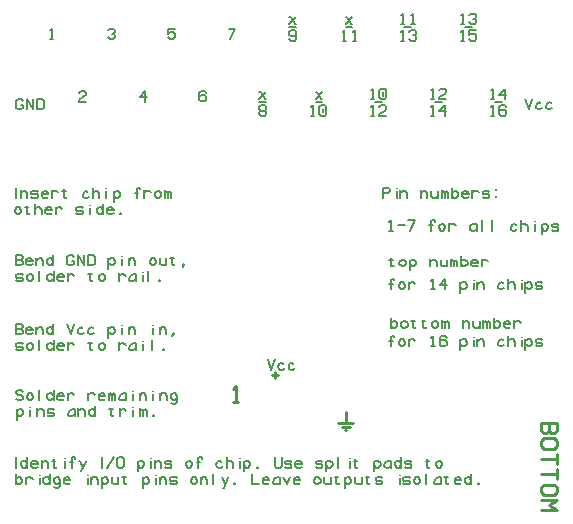
<source format=gto>
%FSTAX24Y24*%
%MOIN*%
%IN card16pad.gto *%
%ADD10C,0.0057*%
%ADD11C,0.0086*%
%ADD12C,0.0100*%
D10*X00096Y008966D02*G01Y009309D01*X001132D01*X001189Y009252D01*
Y009195D01*X001132Y009138D01*X001189Y00908D01*Y009023D01*
X001132Y008966D01*X00096D01*X001132Y009138D02*X00096D01*
X001303Y009095D02*X001517D01*Y009123D01*X001446Y009195D01*X001375D01*
X001303Y009138D01*Y009038D01*Y009023D01*X00136Y008966D01*X001475D01*
X001517Y008995D01*X001646Y009223D02*Y008966D01*Y009123D02*
X001717Y009195D01*X001789D01*X00186Y009123D01*Y008966D01*
X002203Y009309D02*Y008966D01*Y009123D02*X002132Y009195D01*X00206D01*
X001989Y009138D01*Y009038D01*X00206Y008966D01*X002132D01*
X002203Y009038D01*X002903Y009252D02*X002846Y009309D01*X002732D01*
X002675Y009252D01*Y009023D01*X002732Y008966D01*X002846D01*
X002903Y009023D01*Y009109D01*X002846D01*X003017Y008966D02*Y009309D01*
X003246Y008966D01*Y009309D01*X003589Y009252D02*X003532Y009309D01*
X00336D01*Y008966D01*X003532D01*X003589Y009023D01*Y009252D01*
X004046Y009195D02*Y008838D01*Y009038D02*X004117Y008966D01*X004189D01*
X00426Y009038D01*Y009123D01*X004189Y009195D01*X004117D01*
X004046Y009138D01*X004496Y009188D02*Y008966D01*Y00928D02*Y009288D01*
X004732Y009223D02*Y008966D01*Y009123D02*X004803Y009195D01*X004875D01*
X004946Y009123D01*Y008966D01*X005417Y009038D02*Y009123D01*
X005489Y009195D01*X00556D01*X005632Y009123D01*Y009038D01*
X00556Y008966D01*X005489D01*X005417Y009038D01*X005975Y009195D02*
Y008966D01*Y009023D02*X005917Y008966D01*X005817D01*X00576Y009023D01*
Y009195D01*X00616Y009252D02*Y008995D01*X006189Y008966D01*X006232D01*
X00626Y008995D01*X006103Y009195D02*X006217D01*X006532Y008966D02*
X00656D01*X006517Y008923D01*X006546Y00898D01*X00656Y008966D02*
Y008995D01*X006532D01*Y008966D01*X00096Y002009D02*Y001666D01*
Y001738D02*X001032Y001666D01*X001103D01*X001175Y001738D01*Y001823D01*
X001103Y001895D01*X001032D01*X00096Y001838D01*X001303Y001923D02*
Y001666D01*X001517Y001852D02*X001446Y001895D01*X001375D01*
X001303Y001852D01*X001753Y001888D02*Y001666D01*Y00198D02*Y001988D01*
X002089Y002009D02*Y001666D01*Y001823D02*X002017Y001895D01*X001946D01*
X001875Y001838D01*Y001738D01*X001946Y001666D01*X002017D01*
X002089Y001738D01*X002432D02*X00236Y001666D01*X002289D01*
X002217Y001738D01*Y001838D01*X002289Y001895D01*X00236D01*
X002432Y001823D01*Y001609D01*X00236Y001538D01*X002289D01*
X002217Y00158D01*X00256Y001795D02*X002775D01*Y001823D01*
X002703Y001895D01*X002632D01*X00256Y001838D01*Y001738D01*Y001723D01*
X002617Y001666D01*X002732D01*X002775Y001695D01*X003353Y001888D02*
Y001666D01*Y00198D02*Y001988D01*X003475Y001923D02*Y001666D01*
Y001823D02*X003546Y001895D01*X003617D01*X003689Y001823D01*Y001666D01*
X003817Y001895D02*Y001538D01*Y001738D02*X003889Y001666D01*X00396D01*
X004032Y001738D01*Y001823D01*X00396Y001895D01*X003889D01*
X003817Y001838D01*X004375Y001895D02*Y001666D01*Y001723D02*
X004317Y001666D01*X004217D01*X00416Y001723D01*Y001895D01*
X00456Y001952D02*Y001695D01*X004589Y001666D01*X004632D01*
X00466Y001695D01*X004503Y001895D02*X004617D01*X005189D02*Y001538D01*
Y001738D02*X00526Y001666D01*X005332D01*X005403Y001738D01*Y001823D01*
X005332Y001895D01*X00526D01*X005189Y001838D01*X005639Y001888D02*
Y001666D01*Y00198D02*Y001988D01*X00576Y001923D02*Y001666D01*Y001823D02*
X005832Y001895D01*X005903D01*X005975Y001823D01*Y001666D01*X006246D02*
X006175D01*X006103Y001695D02*X006132Y001666D01*X006289D01*
X006317Y001695D01*Y001752D01*X006289Y00178D01*X006132D01*
X006103Y001809D01*Y001866D01*X006132Y001895D01*X006289D01*
X006317Y001866D01*X006789Y001738D02*Y001823D01*X00686Y001895D01*
X006932D01*X007003Y001823D01*Y001738D01*X006932Y001666D01*X00686D01*
X006789Y001738D01*X007132Y001923D02*Y001666D01*Y001823D02*
X007203Y001895D01*X007275D01*X007346Y001823D01*Y001666D01*X007532D02*
Y002009D01*X007817Y001895D02*X007846D01*X007946Y001666D01*
X008032Y001895D02*Y001866D01*X007889Y001538D01*X00786D01*
X008246Y001666D02*X008275D01*Y001695D01*X008246D01*Y001666D01*
X008846Y002009D02*Y001666D01*X009075D01*X009189Y001795D02*X009403D01*
Y001823D01*X009332Y001895D01*X00926D01*X009189Y001838D01*Y001738D01*
Y001723D01*X009246Y001666D01*X00936D01*X009403Y001695D01*
X00976Y001666D02*Y001895D01*X009532Y00174D02*X009552Y001812D01*
X009583Y00186D01*X009623Y001886D01*X009652Y001895D01*X009675D01*
X009715D01*X00976Y001872D01*X009532Y001738D02*Y00172D01*
X009535Y001709D01*X009543Y001695D01*X009563Y001683D01*
X009603Y001666D01*X009666D01*X009726Y001692D01*X00976Y001723D01*
X009875Y001895D02*X009989Y001666D01*X010103Y001895D01*
X010217Y001795D02*X010432D01*Y001823D01*X01036Y001895D01*X010289D01*
X010217Y001838D01*Y001738D01*Y001723D01*X010275Y001666D01*X010389D01*
X010432Y001695D01*X010903Y001738D02*Y001823D01*X010975Y001895D01*
X011046D01*X011117Y001823D01*Y001738D01*X011046Y001666D01*X010975D01*
X010903Y001738D01*X01146Y001895D02*Y001666D01*Y001723D02*
X011403Y001666D01*X011303D01*X011246Y001723D01*Y001895D01*
X011646Y001952D02*Y001695D01*X011675Y001666D01*X011717D01*
X011746Y001695D01*X011589Y001895D02*X011703D01*X011932D02*Y001538D01*
Y001738D02*X012003Y001666D01*X012075D01*X012146Y001738D01*Y001823D01*
X012075Y001895D01*X012003D01*X011932Y001838D01*X012489Y001895D02*
Y001666D01*Y001723D02*X012432Y001666D01*X012332D01*X012275Y001723D01*
Y001895D01*X012675Y001952D02*Y001695D01*X012703Y001666D01*X012746D01*
X012775Y001695D01*X012617Y001895D02*X012732D01*X013103Y001666D02*
X013032D01*X01296Y001695D02*X012989Y001666D01*X013146D01*
X013175Y001695D01*Y001752D01*X013146Y00178D01*X012989D01*
X01296Y001809D01*Y001866D01*X012989Y001895D01*X013146D01*
X013175Y001866D01*X013753Y001888D02*Y001666D01*Y00198D02*Y001988D01*
X014017Y001666D02*X013946D01*X013875Y001695D02*X013903Y001666D01*
X01406D01*X014089Y001695D01*Y001752D01*X01406Y00178D01*X013903D01*
X013875Y001809D01*Y001866D01*X013903Y001895D01*X01406D01*
X014089Y001866D01*X014217Y001738D02*Y001823D01*X014289Y001895D01*
X01436D01*X014432Y001823D01*Y001738D01*X01436Y001666D01*X014289D01*
X014217Y001738D01*X014617Y001666D02*Y002009D01*X015132Y001666D02*
Y001895D01*X014903Y00174D02*X014923Y001812D01*X014955Y00186D01*
X014995Y001886D01*X015023Y001895D01*X015046D01*X015086D01*
X015132Y001872D01*X014903Y001738D02*Y00172D01*X014906Y001709D01*
X014915Y001695D01*X014935Y001683D01*X014975Y001666D01*X015037D01*
X015097Y001692D01*X015132Y001723D01*X015303Y001952D02*Y001695D01*
X015332Y001666D01*X015375D01*X015403Y001695D01*X015246Y001895D02*
X01536D01*X015589Y001795D02*X015803D01*Y001823D01*X015732Y001895D01*
X01566D01*X015589Y001838D01*Y001738D01*Y001723D01*X015646Y001666D01*
X01576D01*X015803Y001695D01*X016146Y002009D02*Y001666D01*Y001823D02*
X016075Y001895D01*X016003D01*X015932Y001838D01*Y001738D01*
X016003Y001666D01*X016075D01*X016146Y001738D01*X01636Y001666D02*
X016389D01*Y001695D01*X01636D01*Y001666D01*X01346Y006266D02*Y00658D01*
X013489Y006609D01*X013546D01*X013575Y00658D01*Y006566D01*
X013403Y006438D02*X013517D01*X013717Y006338D02*Y006423D01*
X013789Y006495D01*X01386D01*X013932Y006423D01*Y006338D01*
X01386Y006266D01*X013789D01*X013717Y006338D01*X01406Y006523D02*
Y006266D01*X014275Y006452D02*X014203Y006495D01*X014132D01*
X01406Y006452D01*X014803Y006552D02*X01486Y006609D01*Y006266D01*
X014917D01*X01486D02*X014803D01*X015317Y006552D02*X01526Y006609D01*
X015146D01*X015089Y006552D01*Y006323D01*X015146Y006266D01*X01526D01*
X015317Y006323D01*Y006409D01*X01526Y006466D01*X015146D01*
X015089Y006409D01*X015775Y006495D02*Y006138D01*Y006338D02*
X015846Y006266D01*X015917D01*X015989Y006338D01*Y006423D01*
X015917Y006495D01*X015846D01*X015775Y006438D01*X016225Y006488D02*
Y006266D01*Y00658D02*Y006588D01*X016346Y006523D02*Y006266D01*
Y006423D02*X016417Y006495D01*X016489D01*X01656Y006423D01*Y006266D01*
X017189Y006495D02*Y006466D01*X017146Y006495D01*X017132D01*
X017103Y00648D01*X01706Y006438D01*X017032Y006366D01*Y006338D01*
X017046Y006295D01*X017103Y006266D01*X017175D01*X017246Y006309D01*
X017375Y006609D02*Y006266D01*Y006438D02*X017446Y006495D01*X017517D01*
X017589Y006423D01*Y006266D01*X017825Y006488D02*Y006266D01*Y00658D02*
Y006588D01*X017946Y006495D02*Y006138D01*Y006338D02*X018017Y006266D01*
X018089D01*X01816Y006338D01*Y006423D01*X018089Y006495D01*X018017D01*
X017946Y006438D01*X018432Y006266D02*X01836D01*X018289Y006295D02*
X018317Y006266D01*X018475D01*X018503Y006295D01*Y006352D01*
X018475Y00638D01*X018317D01*X018289Y006409D01*Y006466D01*
X018317Y006495D01*X018475D01*X018503Y006466D01*X01346Y008166D02*
Y00848D01*X013489Y008509D01*X013546D01*X013575Y00848D01*Y008466D01*
X013403Y008338D02*X013517D01*X013717Y008238D02*Y008323D01*
X013789Y008395D01*X01386D01*X013932Y008323D01*Y008238D01*
X01386Y008166D01*X013789D01*X013717Y008238D01*X01406Y008423D02*
Y008166D01*X014275Y008352D02*X014203Y008395D01*X014132D01*
X01406Y008352D01*X014803Y008452D02*X01486Y008509D01*Y008166D01*
X014917D01*X01486D02*X014803D01*X01526D02*Y008509D01*X015089Y008309D01*
X015317D01*X015775Y008395D02*Y008038D01*Y008238D02*X015846Y008166D01*
X015917D01*X015989Y008238D01*Y008323D01*X015917Y008395D01*X015846D01*
X015775Y008338D01*X016225Y008388D02*Y008166D01*Y00848D02*Y008488D01*
X016346Y008423D02*Y008166D01*Y008323D02*X016417Y008395D01*X016489D01*
X01656Y008323D01*Y008166D01*X017189Y008395D02*Y008366D01*
X017146Y008395D01*X017132D01*X017103Y00838D01*X01706Y008338D01*
X017032Y008266D01*Y008238D01*X017046Y008195D01*X017103Y008166D01*
X017175D01*X017246Y008209D01*X017375Y008509D02*Y008166D01*Y008338D02*
X017446Y008395D01*X017517D01*X017589Y008323D01*Y008166D01*
X017825Y008388D02*Y008166D01*Y00848D02*Y008488D01*X017946Y008395D02*
Y008038D01*Y008238D02*X018017Y008166D01*X018089D01*X01816Y008238D01*
Y008323D01*X018089Y008395D01*X018017D01*X017946Y008338D01*
X018432Y008166D02*X01836D01*X018289Y008195D02*X018317Y008166D01*
X018475D01*X018503Y008195D01*Y008252D01*X018475Y00828D01*X018317D01*
X018289Y008309D01*Y008366D01*X018317Y008395D01*X018475D01*
X018503Y008366D01*X001117Y008438D02*X001046D01*X000975Y008466D02*
X001003Y008438D01*X00116D01*X001189Y008466D01*Y008523D01*
X00116Y008552D01*X001003D01*X000975Y00858D01*Y008638D01*
X001003Y008666D01*X00116D01*X001189Y008638D01*X001317Y008509D02*
Y008595D01*X001389Y008666D01*X00146D01*X001532Y008595D01*Y008509D01*
X00146Y008438D01*X001389D01*X001317Y008509D01*X001717Y008438D02*
Y00878D01*X002217D02*Y008438D01*Y008595D02*X002146Y008666D01*
X002075D01*X002003Y008609D01*Y008509D01*X002075Y008438D01*X002146D01*
X002217Y008509D01*X002346Y008566D02*X00256D01*Y008595D01*
X002489Y008666D01*X002417D01*X002346Y008609D01*Y008509D01*Y008495D01*
X002403Y008438D01*X002517D01*X00256Y008466D01*X002689Y008695D02*
Y008438D01*X002903Y008623D02*X002832Y008666D01*X00276D01*
X002689Y008623D01*X003432Y008723D02*Y008466D01*X00346Y008438D01*
X003503D01*X003532Y008466D01*X003375Y008666D02*X003489D01*
X003717Y008509D02*Y008595D01*X003789Y008666D01*X00386D01*
X003932Y008595D01*Y008509D01*X00386Y008438D01*X003789D01*
X003717Y008509D01*X004403Y008695D02*Y008438D01*X004617Y008623D02*
X004546Y008666D01*X004475D01*X004403Y008623D01*X004975Y008438D02*
Y008666D01*X004746Y008512D02*X004766Y008583D01*X004797Y008632D01*
X004837Y008658D01*X004866Y008666D01*X004889D01*X004929D01*
X004975Y008643D01*X004746Y008509D02*Y008492D01*X004749Y00848D01*
X004757Y008466D01*X004777Y008455D01*X004817Y008438D01*X00488D01*
X00494Y008463D01*X004975Y008495D01*X005196Y008659D02*Y008438D01*
Y008752D02*Y008759D01*X005375Y008438D02*Y00878D01*X005746Y008438D02*
X005775D01*Y008466D01*X005746D01*Y008438D01*X011853Y016745D02*
X01191Y016802D01*Y016459D01*X011967D01*X01191D02*X011853D01*
X012196Y016745D02*X012253Y016802D01*Y016459D01*X01231D01*X012253D02*
X012196D01*X000917Y010738D02*Y010823D01*X000989Y010895D01*X00106D01*
X001132Y010823D01*Y010738D01*X00106Y010666D01*X000989D01*
X000917Y010738D01*X001317Y010952D02*Y010695D01*X001346Y010666D01*
X001389D01*X001417Y010695D01*X00126Y010895D02*X001375D01*
X001603Y011009D02*Y010666D01*Y010838D02*X001675Y010895D01*X001746D01*
X001817Y010823D01*Y010666D01*X001946Y010795D02*X00216D01*Y010823D01*
X002089Y010895D01*X002017D01*X001946Y010838D01*Y010738D01*Y010723D01*
X002003Y010666D01*X002117D01*X00216Y010695D01*X002289Y010923D02*
Y010666D01*X002503Y010852D02*X002432Y010895D01*X00236D01*
X002289Y010852D01*X003117Y010666D02*X003046D01*X002975Y010695D02*
X003003Y010666D01*X00316D01*X003189Y010695D01*Y010752D01*
X00316Y01078D01*X003003D01*X002975Y010809D01*Y010866D01*
X003003Y010895D01*X00316D01*X003189Y010866D01*X003425Y010888D02*
Y010666D01*Y01098D02*Y010988D01*X003875Y011009D02*Y010666D01*
Y010823D02*X003803Y010895D01*X003732D01*X00366Y010838D01*Y010738D01*
X003732Y010666D01*X003803D01*X003875Y010738D01*X004003Y010795D02*
X004217D01*Y010823D01*X004146Y010895D01*X004075D01*X004003Y010838D01*
Y010738D01*Y010723D01*X00406Y010666D01*X004175D01*X004217Y010695D01*
X004432Y010666D02*X00446D01*Y010695D01*X004432D01*Y010666D01*
X00096Y002223D02*Y002566D01*X001346D02*Y002223D01*Y00238D02*
X001275Y002452D01*X001203D01*X001132Y002395D01*Y002295D01*
X001203Y002223D01*X001275D01*X001346Y002295D01*X001475Y002352D02*
X001689D01*Y00238D01*X001617Y002452D01*X001546D01*X001475Y002395D01*
Y002295D01*Y00228D01*X001532Y002223D01*X001646D01*X001689Y002252D01*
X001817Y00248D02*Y002223D01*Y00238D02*X001889Y002452D01*X00196D01*
X002032Y00238D01*Y002223D01*X002217Y002509D02*Y002252D01*
X002246Y002223D01*X002289D01*X002317Y002252D01*X00216Y002452D02*
X002275D01*X00261Y002445D02*Y002223D01*Y002538D02*Y002545D01*
X002817Y002223D02*Y002538D01*X002846Y002566D01*X002903D01*
X002932Y002538D01*Y002523D01*X00276Y002395D02*X002875D01*
X003075Y002452D02*X003103D01*X003203Y002223D01*X003289Y002452D02*
Y002423D01*X003146Y002095D01*X003117D01*X003817Y002223D02*Y002566D01*
X003989Y002223D02*X004217Y002566D01*X00456Y002509D02*X004503Y002566D01*
X004389D01*X004332Y002509D01*Y00228D01*X004389Y002223D01*X004503D01*
X00456Y00228D01*Y002509D01*X005017Y002452D02*Y002095D01*Y002295D02*
X005089Y002223D01*X00516D01*X005232Y002295D01*Y00238D01*
X00516Y002452D01*X005089D01*X005017Y002395D01*X005467Y002445D02*
Y002223D01*Y002538D02*Y002545D01*X005589Y00248D02*Y002223D01*Y00238D02*
X00566Y002452D01*X005732D01*X005803Y00238D01*Y002223D01*X006075D02*
X006003D01*X005932Y002252D02*X00596Y002223D01*X006117D01*
X006146Y002252D01*Y002309D01*X006117Y002338D01*X00596D01*
X005932Y002366D01*Y002423D01*X00596Y002452D01*X006117D01*
X006146Y002423D01*X006617Y002295D02*Y00238D01*X006689Y002452D01*
X00676D01*X006832Y00238D01*Y002295D01*X00676Y002223D01*X006689D01*
X006617Y002295D01*X007046Y002223D02*Y002538D01*X007075Y002566D01*
X007132D01*X00716Y002538D01*Y002523D01*X006989Y002395D02*X007103D01*
X007803Y002452D02*Y002423D01*X00776Y002452D01*X007746D01*
X007717Y002438D01*X007675Y002395D01*X007646Y002323D01*Y002295D01*
X00766Y002252D01*X007717Y002223D01*X007789D01*X00786Y002266D01*
X007989Y002566D02*Y002223D01*Y002395D02*X00806Y002452D01*X008132D01*
X008203Y00238D01*Y002223D01*X008439Y002445D02*Y002223D01*Y002538D02*
Y002545D01*X00856Y002452D02*Y002095D01*Y002295D02*X008632Y002223D01*
X008703D01*X008775Y002295D01*Y00238D01*X008703Y002452D01*X008632D01*
X00856Y002395D01*X008989Y002223D02*X009017D01*Y002252D01*X008989D01*
Y002223D01*X009589Y002566D02*Y00228D01*X009646Y002223D01*X00976D01*
X009817Y00228D01*Y002566D01*X010075Y002223D02*X010003D01*
X009932Y002252D02*X00996Y002223D01*X010117D01*X010146Y002252D01*
Y002309D01*X010117Y002338D01*X00996D01*X009932Y002366D01*Y002423D01*
X00996Y002452D01*X010117D01*X010146Y002423D01*X010275Y002352D02*
X010489D01*Y00238D01*X010417Y002452D01*X010346D01*X010275Y002395D01*
Y002295D01*Y00228D01*X010332Y002223D01*X010446D01*X010489Y002252D01*
X011103Y002223D02*X011032D01*X01096Y002252D02*X010989Y002223D01*
X011146D01*X011175Y002252D01*Y002309D01*X011146Y002338D01*X010989D01*
X01096Y002366D01*Y002423D01*X010989Y002452D01*X011146D01*
X011175Y002423D01*X011303Y002452D02*Y002095D01*Y002295D02*
X011375Y002223D01*X011446D01*X011517Y002295D01*Y00238D01*
X011446Y002452D01*X011375D01*X011303Y002395D01*X011703Y002223D02*
Y002566D01*X012096Y002445D02*Y002223D01*Y002538D02*Y002545D01*
X012275Y002509D02*Y002252D01*X012303Y002223D01*X012346D01*
X012375Y002252D01*X012217Y002452D02*X012332D01*X012903D02*Y002095D01*
Y002295D02*X012975Y002223D01*X013046D01*X013117Y002295D01*Y00238D01*
X013046Y002452D01*X012975D01*X012903Y002395D01*X013475Y002223D02*
Y002452D01*X013246Y002298D02*X013266Y002369D01*X013297Y002418D01*
X013337Y002443D01*X013366Y002452D01*X013389D01*X013429D01*
X013475Y002429D01*X013246Y002295D02*Y002278D01*X013249Y002266D01*
X013257Y002252D01*X013277Y00224D01*X013317Y002223D01*X01338D01*
X01344Y002249D01*X013475Y00228D01*X013803Y002566D02*Y002223D01*
Y00238D02*X013732Y002452D01*X01366D01*X013589Y002395D01*Y002295D01*
X01366Y002223D01*X013732D01*X013803Y002295D01*X014075Y002223D02*
X014003D01*X013932Y002252D02*X01396Y002223D01*X014117D01*
X014146Y002252D01*Y002309D01*X014117Y002338D01*X01396D01*
X013932Y002366D01*Y002423D01*X01396Y002452D01*X014117D01*
X014146Y002423D01*X014675Y002509D02*Y002252D01*X014703Y002223D01*
X014746D01*X014775Y002252D01*X014617Y002452D02*X014732D01*
X01496Y002295D02*Y00238D01*X015032Y002452D01*X015103D01*
X015175Y00238D01*Y002295D01*X015103Y002223D01*X015032D01*
X01496Y002295D01*X00096Y011216D02*Y011559D01*X001132Y011473D02*
Y011216D01*Y011373D02*X001203Y011445D01*X001275D01*X001346Y011373D01*
Y011216D01*X001617D02*X001546D01*X001475Y011245D02*X001503Y011216D01*
X00166D01*X001689Y011245D01*Y011302D01*X00166Y01133D01*X001503D01*
X001475Y011359D01*Y011416D01*X001503Y011445D01*X00166D01*
X001689Y011416D01*X001817Y011345D02*X002032D01*Y011373D01*
X00196Y011445D01*X001889D01*X001817Y011388D01*Y011288D01*Y011273D01*
X001875Y011216D01*X001989D01*X002032Y011245D01*X00216Y011473D02*
Y011216D01*X002375Y011402D02*X002303Y011445D01*X002232D01*
X00216Y011402D01*X00256Y011502D02*Y011245D01*X002589Y011216D01*
X002632D01*X00266Y011245D01*X002503Y011445D02*X002617D01*X003346D02*
Y011416D01*X003303Y011445D01*X003289D01*X00326Y01143D01*
X003217Y011388D01*X003189Y011316D01*Y011288D01*X003203Y011245D01*
X00326Y011216D01*X003332D01*X003403Y011259D01*X003532Y011559D02*
Y011216D01*Y011388D02*X003603Y011445D01*X003675D01*X003746Y011373D01*
Y011216D01*X003982Y011438D02*Y011216D01*Y01153D02*Y011538D01*
X004217Y011445D02*Y011088D01*Y011288D02*X004289Y011216D01*X00436D01*
X004432Y011288D01*Y011373D01*X00436Y011445D01*X004289D01*
X004217Y011388D01*X004989Y011216D02*Y01153D01*X005017Y011559D01*
X005075D01*X005103Y01153D01*Y011516D01*X004932Y011388D02*X005046D01*
X005246Y011473D02*Y011216D01*X00546Y011402D02*X005389Y011445D01*
X005317D01*X005246Y011402D01*X005589Y011288D02*Y011373D01*
X00566Y011445D01*X005732D01*X005803Y011373D01*Y011288D01*
X005732Y011216D01*X00566D01*X005589Y011288D01*X006039Y011216D02*
Y011373D01*X006092Y011444D01*X006146Y011373D01*Y011216D01*
X005932Y011373D02*X005985Y011444D01*X006039Y011373D01*
X005932Y011473D02*Y011216D01*X001117Y006138D02*X001046D01*
X000975Y006166D02*X001003Y006138D01*X00116D01*X001189Y006166D01*
Y006223D01*X00116Y006252D01*X001003D01*X000975Y00628D01*Y006338D01*
X001003Y006366D01*X00116D01*X001189Y006338D01*X001317Y006209D02*
Y006295D01*X001389Y006366D01*X00146D01*X001532Y006295D01*Y006209D01*
X00146Y006138D01*X001389D01*X001317Y006209D01*X001717Y006138D02*
Y00648D01*X002217D02*Y006138D01*Y006295D02*X002146Y006366D01*
X002075D01*X002003Y006309D01*Y006209D01*X002075Y006138D01*X002146D01*
X002217Y006209D01*X002346Y006266D02*X00256D01*Y006295D01*
X002489Y006366D01*X002417D01*X002346Y006309D01*Y006209D01*Y006195D01*
X002403Y006138D01*X002517D01*X00256Y006166D01*X002689Y006395D02*
Y006138D01*X002903Y006323D02*X002832Y006366D01*X00276D01*
X002689Y006323D01*X003432Y006423D02*Y006166D01*X00346Y006138D01*
X003503D01*X003532Y006166D01*X003375Y006366D02*X003489D01*
X003717Y006209D02*Y006295D01*X003789Y006366D01*X00386D01*
X003932Y006295D01*Y006209D01*X00386Y006138D01*X003789D01*
X003717Y006209D01*X004403Y006395D02*Y006138D01*X004617Y006323D02*
X004546Y006366D01*X004475D01*X004403Y006323D01*X004975Y006138D02*
Y006366D01*X004746Y006212D02*X004766Y006283D01*X004797Y006332D01*
X004837Y006358D01*X004866Y006366D01*X004889D01*X004929D01*
X004975Y006343D01*X004746Y006209D02*Y006192D01*X004749Y00618D01*
X004757Y006166D01*X004777Y006155D01*X004817Y006138D01*X00488D01*
X00494Y006163D01*X004975Y006195D01*X005196Y006359D02*Y006138D01*
Y006452D02*Y006459D01*X005489Y006138D02*Y00648D01*X00586Y006138D02*
X005889D01*Y006166D01*X00586D01*Y006138D01*X000989Y004166D02*
Y003809D01*Y004009D02*X00106Y003938D01*X001132D01*X001203Y004009D01*
Y004095D01*X001132Y004166D01*X00106D01*X000989Y004109D01*
X001439Y004159D02*Y003938D01*Y004252D02*Y004259D01*X001675Y004195D02*
Y003938D01*Y004095D02*X001746Y004166D01*X001817D01*X001889Y004095D01*
Y003938D01*X00216D02*X002089D01*X002017Y003966D02*X002046Y003938D01*
X002203D01*X002232Y003966D01*Y004023D01*X002203Y004052D01*X002046D01*
X002017Y00408D01*Y004138D01*X002046Y004166D01*X002203D01*
X002232Y004138D01*X002932Y003938D02*Y004166D01*X002703Y004012D02*
X002723Y004083D01*X002755Y004132D01*X002795Y004158D01*
X002823Y004166D01*X002846D01*X002886D01*X002932Y004143D01*
X002703Y004009D02*Y003992D01*X002706Y00398D01*X002715Y003966D01*
X002735Y003955D01*X002775Y003938D01*X002837D01*X002897Y003963D01*
X002932Y003995D01*X003046Y004195D02*Y003938D01*Y004095D02*
X003117Y004166D01*X003189D01*X00326Y004095D01*Y003938D01*
X003603Y00428D02*Y003938D01*Y004095D02*X003532Y004166D01*X00346D01*
X003389Y004109D01*Y004009D01*X00346Y003938D01*X003532D01*
X003603Y004009D01*X004132Y004223D02*Y003966D01*X00416Y003938D01*
X004203D01*X004232Y003966D01*X004075Y004166D02*X004189D01*
X004417Y004195D02*Y003938D01*X004632Y004123D02*X00456Y004166D01*
X004489D01*X004417Y004123D01*X004867Y004159D02*Y003938D01*Y004252D02*
Y004259D01*X00521Y003938D02*Y004095D01*X005263Y004166D01*
X005317Y004095D01*Y003938D01*X005103Y004095D02*X005156Y004166D01*
X00521Y004094D01*X005103Y004195D02*Y003938D01*X005532D02*X00556D01*
Y003966D01*X005532D01*Y003938D01*X001203Y004752D02*X001146Y004809D01*
X001032D01*X000975Y004752D01*Y004695D01*X001032Y004638D01*X001146D01*
X001203Y00458D01*Y004523D01*X001146Y004466D01*X001032D01*
X000975Y004523D01*X001317Y004538D02*Y004623D01*X001389Y004695D01*
X00146D01*X001532Y004623D01*Y004538D01*X00146Y004466D01*X001389D01*
X001317Y004538D01*X001717Y004466D02*Y004809D01*X002217D02*Y004466D01*
Y004623D02*X002146Y004695D01*X002075D01*X002003Y004638D01*Y004538D01*
X002075Y004466D01*X002146D01*X002217Y004538D01*X002346Y004595D02*
X00256D01*Y004623D01*X002489Y004695D01*X002417D01*X002346Y004638D01*
Y004538D01*Y004523D01*X002403Y004466D01*X002517D01*X00256Y004495D01*
X002689Y004723D02*Y004466D01*X002903Y004652D02*X002832Y004695D01*
X00276D01*X002689Y004652D01*X003375Y004723D02*Y004466D01*
X003589Y004652D02*X003517Y004695D01*X003446D01*X003375Y004652D01*
X003717Y004595D02*X003932D01*Y004623D01*X00386Y004695D01*X003789D01*
X003717Y004638D01*Y004538D01*Y004523D01*X003775Y004466D01*X003889D01*
X003932Y004495D01*X004167Y004466D02*Y004623D01*X004221Y004694D01*
X004275Y004623D01*Y004466D01*X00406Y004623D02*X004114Y004694D01*
X004167Y004623D01*X00406Y004723D02*Y004466D01*X004632D02*Y004695D01*
X004403Y00454D02*X004423Y004612D01*X004455Y00466D01*X004495Y004686D01*
X004523Y004695D01*X004546D01*X004586D01*X004632Y004672D01*
X004403Y004538D02*Y00452D01*X004406Y004509D01*X004415Y004495D01*
X004435Y004483D01*X004475Y004466D01*X004537D01*X004597Y004492D01*
X004632Y004523D01*X004853Y004688D02*Y004466D01*Y00478D02*Y004788D01*
X005089Y004723D02*Y004466D01*Y004623D02*X00516Y004695D01*X005232D01*
X005303Y004623D01*Y004466D01*X005539Y004688D02*Y004466D01*Y00478D02*
Y004788D01*X005775Y004723D02*Y004466D01*Y004623D02*X005846Y004695D01*
X005917D01*X005989Y004623D01*Y004466D01*X006332Y004538D02*
X00626Y004466D01*X006189D01*X006117Y004538D01*Y004638D01*
X006189Y004695D01*X00626D01*X006332Y004623D01*Y004409D01*
X00626Y004338D01*X006189D01*X006117Y00438D01*X013796Y016745D02*
X013853Y016802D01*Y016459D01*X01391D01*X013853D02*X013796D01*
X014082Y016745D02*X014139Y016802D01*X014253D01*X01431Y016745D01*
Y016688D01*X014253Y01663D01*X01431Y016573D01*Y016516D01*
X014253Y016459D01*X014139D01*X014082Y016516D01*X014253Y01663D02*
X014196D01*X00306Y014709D02*X003117Y014766D01*X003232D01*
X003289Y014709D01*Y014652D01*X003232Y014595D01*X00306Y01448D01*
Y014423D01*X003289D01*X00731Y014716D02*X007253Y014773D01*X007139D01*
X007082Y014716D01*Y014488D01*X007139Y01443D01*X007253D01*
X00731Y014488D01*Y014573D01*X007253Y01463D01*X007139D01*
X007082Y014573D01*X00526Y014423D02*Y014766D01*X005089Y014566D01*
X005317D01*X002096Y016802D02*X002153Y016859D01*Y016516D01*X00221D01*
X002153D02*X002096D01*X016796Y014795D02*X016853Y014852D01*Y014509D01*
X01691D01*X016853D02*X016796D01*X017253D02*Y014852D01*
X017082Y014652D01*X01731D01*X015796Y017302D02*X015853Y017359D01*
Y017016D01*X01591D01*X015853D02*X015796D01*X016082Y017302D02*
X016139Y017359D01*X016253D01*X01631Y017302D01*Y017245D01*
X016253Y017188D01*X01631Y01713D01*Y017073D01*X016253Y017016D01*
X016139D01*X016082Y017073D01*X016253Y017188D02*X016196D01*
X010953Y014402D02*X011182D01*X01346Y009216D02*Y008959D01*
X013489Y00893D01*X013532D01*X01356Y008959D01*X013403Y009159D02*
X013517D01*X013746Y009002D02*Y009088D01*X013817Y009159D01*X013889D01*
X01396Y009088D01*Y009002D01*X013889Y00893D01*X013817D01*
X013746Y009002D01*X014089Y009159D02*Y008802D01*Y009002D02*
X01416Y00893D01*X014232D01*X014303Y009002D01*Y009088D01*
X014232Y009159D01*X01416D01*X014089Y009102D01*X014775Y009188D02*
Y00893D01*Y009088D02*X014846Y009159D01*X014917D01*X014989Y009088D01*
Y00893D01*X015332Y009159D02*Y00893D01*Y008988D02*X015275Y00893D01*
X015175D01*X015117Y008988D01*Y009159D01*X015567Y00893D02*Y009088D01*
X015621Y009159D01*X015675Y009088D01*Y00893D01*X01546Y009088D02*
X015514Y009159D01*X015567Y009087D01*X01546Y009188D02*Y00893D01*
X015803Y009273D02*Y00893D01*Y009002D02*X015875Y00893D01*X015946D01*
X016017Y009002D01*Y009088D01*X015946Y009159D01*X015875D01*
X015803Y009102D01*X016146Y009059D02*X01636D01*Y009088D01*
X016289Y009159D01*X016217D01*X016146Y009102D01*Y009002D01*Y008988D01*
X016203Y00893D01*X016317D01*X01636Y008959D01*X016489Y009188D02*
Y00893D01*X016703Y009116D02*X016632Y009159D01*X01656D01*
X016489Y009116D01*X008053Y016859D02*X008282D01*X00811Y016516D01*
X00096Y006666D02*Y007009D01*X001132D01*X001189Y006952D01*Y006895D01*
X001132Y006838D01*X001189Y00678D01*Y006723D01*X001132Y006666D01*
X00096D01*X001132Y006838D02*X00096D01*X001303Y006795D02*X001517D01*
Y006823D01*X001446Y006895D01*X001375D01*X001303Y006838D01*Y006738D01*
Y006723D01*X00136Y006666D01*X001475D01*X001517Y006695D01*
X001646Y006923D02*Y006666D01*Y006823D02*X001717Y006895D01*X001789D01*
X00186Y006823D01*Y006666D01*X002203Y007009D02*Y006666D01*Y006823D02*
X002132Y006895D01*X00206D01*X001989Y006838D01*Y006738D01*
X00206Y006666D01*X002132D01*X002203Y006738D01*X002675Y007009D02*
X002789Y006666D01*X002903Y007009D01*X003175Y006895D02*Y006866D01*
X003132Y006895D01*X003117D01*X003089Y00688D01*X003046Y006838D01*
X003017Y006766D01*Y006738D01*X003032Y006695D01*X003089Y006666D01*
X00316D01*X003232Y006709D01*X003517Y006895D02*Y006866D01*
X003475Y006895D01*X00346D01*X003432Y00688D01*X003389Y006838D01*
X00336Y006766D01*Y006738D01*X003375Y006695D01*X003432Y006666D01*
X003503D01*X003575Y006709D01*X004046Y006895D02*Y006538D01*Y006738D02*
X004117Y006666D01*X004189D01*X00426Y006738D01*Y006823D01*
X004189Y006895D01*X004117D01*X004046Y006838D01*X004496Y006888D02*
Y006666D01*Y00698D02*Y006988D01*X004732Y006923D02*Y006666D01*
Y006823D02*X004803Y006895D01*X004875D01*X004946Y006823D01*Y006666D01*
X005525Y006888D02*Y006666D01*Y00698D02*Y006988D01*X00576Y006923D02*
Y006666D01*Y006823D02*X005832Y006895D01*X005903D01*X005975Y006823D01*
Y006666D01*X006189D02*X006217D01*X006175Y006623D01*X006203Y00668D01*
X006217Y006666D02*Y006695D01*X006189D01*Y006666D01*X012925Y014402D02*
X013153D01*X009367Y005834D02*X009482Y005491D01*X009596Y005834D01*
X009867Y00572D02*Y005691D01*X009825Y00572D01*X00981D01*
X009782Y005705D01*X009739Y005663D01*X00971Y005591D01*Y005563D01*
X009725Y00552D01*X009782Y005491D01*X009853D01*X009925Y005534D01*
X01021Y00572D02*Y005691D01*X010167Y00572D01*X010153D01*
X010125Y005705D01*X010082Y005663D01*X010053Y005591D01*Y005563D01*
X010067Y00552D01*X010125Y005491D01*X010196D01*X010267Y005534D01*
X017946Y014509D02*X01806Y014166D01*X018175Y014509D01*X018446Y014395D02*
Y014366D01*X018403Y014395D01*X018389D01*X01836Y01438D01*
X018317Y014338D01*X018289Y014266D01*Y014238D01*X018303Y014195D01*
X01836Y014166D01*X018432D01*X018503Y014209D01*X018789Y014395D02*
Y014366D01*X018746Y014395D01*X018732D01*X018703Y01438D01*
X01866Y014338D01*X018632Y014266D01*Y014238D01*X018646Y014195D01*
X018703Y014166D01*X018775D01*X018846Y014209D01*X014925Y014402D02*
X015153D01*X009075Y01473D02*X009117D01*X00926Y014502D01*X009303D01*
Y01473D02*X009075Y014502D01*Y014402D02*X009303D01*X009253Y014123D02*
X00931Y01418D01*Y014238D01*X009253Y014295D01*X009139D01*
X009082Y014238D01*Y01418D01*X009139Y014123D01*X009253D01*
X00931Y014066D01*Y014009D01*X009253Y013952D01*X009139D01*
X009082Y014009D01*Y014066D01*X009139Y014123D01*X010082Y016516D02*
X010139Y016459D01*X010253D01*X01031Y016516D01*Y016745D01*
X010253Y016802D01*X010139D01*X010082Y016745D01*Y016659D01*
X010139Y016602D01*X010253D01*X01031Y016659D01*X010075Y017238D02*
X010117D01*X01026Y017009D01*X010303D01*Y017238D02*X010075Y017009D01*
Y016909D02*X010303D01*X010796Y014238D02*X010853Y014295D01*Y013952D01*
X01091D01*X010853D02*X010796D01*X01131Y014238D02*X011253Y014295D01*
X011139D01*X011082Y014238D01*Y014009D01*X011139Y013952D01*X011253D01*
X01131Y014009D01*Y014238D01*X011196Y01418D02*Y014066D01*
X011953Y017238D02*X011996D01*X012139Y017009D01*X012182D01*Y017238D02*
X011953Y017009D01*X010953Y01473D02*X010996D01*X011139Y014502D01*
X011182D01*Y01473D02*X010953Y014502D01*X016925Y014402D02*X017153D01*
X014796Y014238D02*X014853Y014295D01*Y013952D01*X01491D01*X014853D02*
X014796D01*X015253D02*Y014295D01*X015082Y014095D01*X01531D01*
X01321Y011216D02*Y011559D01*X013382D01*X013439Y011502D01*Y011445D01*
X013382Y011388D01*X01321D01*X01366Y011438D02*Y011216D01*Y01153D02*
Y011538D01*X013782Y011473D02*Y011216D01*Y011373D02*X013853Y011445D01*
X013925D01*X013996Y011373D01*Y011216D01*X014467Y011473D02*Y011216D01*
Y011373D02*X014539Y011445D01*X01461D01*X014682Y011373D01*Y011216D01*
X015025Y011445D02*Y011216D01*Y011273D02*X014967Y011216D01*X014867D01*
X01481Y011273D01*Y011445D01*X01526Y011216D02*Y011373D01*
X015313Y011444D01*X015367Y011373D01*Y011216D01*X015153Y011373D02*
X015206Y011444D01*X01526Y011373D01*X015153Y011473D02*Y011216D01*
X015496Y011559D02*Y011216D01*Y011288D02*X015567Y011216D01*X015639D01*
X01571Y011288D01*Y011373D01*X015639Y011445D01*X015567D01*
X015496Y011388D01*X015839Y011345D02*X016053D01*Y011373D01*
X015982Y011445D01*X01591D01*X015839Y011388D01*Y011288D01*Y011273D01*
X015896Y011216D01*X01601D01*X016053Y011245D01*X016182Y011473D02*
Y011216D01*X016396Y011402D02*X016325Y011445D01*X016253D01*
X016182Y011402D01*X016667Y011216D02*X016596D01*X016525Y011245D02*
X016553Y011216D01*X01671D01*X016739Y011245D01*Y011302D01*
X01671Y01133D01*X016553D01*X016525Y011359D01*Y011416D01*
X016553Y011445D01*X01671D01*X016739Y011416D01*X016953Y011245D02*
X016982D01*Y011273D01*X016953D01*Y011245D01*Y011473D02*X016982D01*
Y011502D01*X016953D01*Y011473D01*X01346Y007216D02*Y006873D01*
Y006945D02*X013532Y006873D01*X013603D01*X013675Y006945D01*Y00703D01*
X013603Y007102D01*X013532D01*X01346Y007045D01*X013803Y006945D02*
Y00703D01*X013875Y007102D01*X013946D01*X014017Y00703D01*Y006945D01*
X013946Y006873D01*X013875D01*X013803Y006945D01*X014203Y007159D02*
Y006902D01*X014232Y006873D01*X014275D01*X014303Y006902D01*
X014146Y007102D02*X01426D01*X014546Y007159D02*Y006902D01*
X014575Y006873D01*X014617D01*X014646Y006902D01*X014489Y007102D02*
X014603D01*X014832Y006945D02*Y00703D01*X014903Y007102D01*X014975D01*
X015046Y00703D01*Y006945D01*X014975Y006873D01*X014903D01*
X014832Y006945D01*X015282Y006873D02*Y00703D01*X015335Y007101D01*
X015389Y00703D01*Y006873D01*X015175Y00703D02*X015228Y007101D01*
X015281Y00703D01*X015175Y00713D02*Y006873D01*X01586Y00713D02*
Y006873D01*Y00703D02*X015932Y007102D01*X016003D01*X016075Y00703D01*
Y006873D01*X016417Y007102D02*Y006873D01*Y00693D02*X01636Y006873D01*
X01626D01*X016203Y00693D01*Y007102D01*X016653Y006873D02*Y00703D01*
X016706Y007101D01*X01676Y00703D01*Y006873D01*X016546Y00703D02*
X016599Y007101D01*X016653Y00703D01*X016546Y00713D02*Y006873D01*
X016889Y007216D02*Y006873D01*Y006945D02*X01696Y006873D01*X017032D01*
X017103Y006945D01*Y00703D01*X017032Y007102D01*X01696D01*
X016889Y007045D01*X017232Y007002D02*X017446D01*Y00703D01*
X017375Y007102D01*X017303D01*X017232Y007045D01*Y006945D01*Y00693D01*
X017289Y006873D01*X017403D01*X017446Y006902D01*X017575Y00713D02*
Y006873D01*X017789Y007059D02*X017717Y007102D01*X017646D01*
X017575Y007059D01*X011953Y016909D02*X012182D01*X015796Y016745D02*
X015853Y016802D01*Y016459D01*X01591D01*X015853D02*X015796D01*
X01631Y016802D02*X016082D01*Y01663D01*X016139Y016688D01*X016253D01*
X01631Y01663D01*Y016516D01*X016253Y016459D01*X016139D01*
X016082Y016516D01*X015925Y016909D02*X016153D01*X016796Y014238D02*
X016853Y014295D01*Y013952D01*X01691D01*X016853D02*X016796D01*
X01731Y014238D02*X017253Y014295D01*X017139D01*X017082Y014238D01*
Y014009D01*X017139Y013952D01*X017253D01*X01731Y014009D01*Y014095D01*
X017253Y014152D01*X017139D01*X017082Y014095D01*D11*X0082Y004845D02*
X008285Y00493D01*Y004416D01*X008371D01*X008285D02*X0082D01*D10*
X013403Y010409D02*X01346Y010466D01*Y010123D01*X013517D01*X01346D02*
X013403D01*X013689Y010295D02*X013917D01*X014032Y010466D02*X01426D01*
X014089Y010123D01*X014803D02*Y010438D01*X014832Y010466D01*X014889D01*
X014917Y010438D01*Y010423D01*X014746Y010295D02*X01486D01*
X01506Y010195D02*Y01028D01*X015132Y010352D01*X015203D01*
X015275Y01028D01*Y010195D01*X015203Y010123D01*X015132D01*
X01506Y010195D01*X015403Y01038D02*Y010123D01*X015617Y010309D02*
X015546Y010352D01*X015475D01*X015403Y010309D01*X016317Y010123D02*
Y010352D01*X016089Y010198D02*X016109Y010269D01*X01614Y010318D01*
X01618Y010343D01*X016209Y010352D01*X016232D01*X016272D01*
X016317Y010329D01*X016089Y010195D02*Y010178D01*X016092Y010166D01*
X0161Y010152D01*X01612Y01014D01*X01616Y010123D01*X016223D01*
X016283Y010149D01*X016317Y01018D01*X016489Y010123D02*Y010466D01*
X016832Y010123D02*Y010466D01*X017617Y010352D02*Y010323D01*
X017575Y010352D01*X01756D01*X017532Y010338D01*X017489Y010295D01*
X01746Y010223D01*Y010195D01*X017475Y010152D01*X017532Y010123D01*
X017603D01*X017675Y010166D01*X017803Y010466D02*Y010123D01*Y010295D02*
X017875Y010352D01*X017946D01*X018017Y01028D01*Y010123D01*
X018253Y010345D02*Y010123D01*Y010438D02*Y010445D01*X018489Y010352D02*
Y009995D01*Y010195D02*X01856Y010123D01*X018632D01*X018703Y010195D01*
Y01028D01*X018632Y010352D01*X01856D01*X018489Y010295D01*
X018975Y010123D02*X018903D01*X018832Y010152D02*X01886Y010123D01*
X019017D01*X019046Y010152D01*Y010209D01*X019017Y010238D01*X01886D01*
X018832Y010266D01*Y010323D01*X01886Y010352D01*X019017D01*
X019046Y010323D01*X014796Y014795D02*X014853Y014852D01*Y014509D01*
X01491D01*X014853D02*X014796D01*X015082Y014795D02*X015139Y014852D01*
X015253D01*X01531Y014795D01*Y014738D01*X015253Y01468D01*
X015082Y014566D01*Y014509D01*X01531D01*X012796Y014795D02*
X012853Y014852D01*Y014509D01*X01291D01*X012853D02*X012796D01*
X01331Y014795D02*X013253Y014852D01*X013139D01*X013082Y014795D01*
Y014566D01*X013139Y014509D01*X013253D01*X01331Y014566D01*Y014795D01*
X013196Y014738D02*Y014623D01*X013903Y016909D02*X014132D01*
X006267Y016859D02*X006039D01*Y016688D01*X006096Y016745D01*X00621D01*
X006267Y016688D01*Y016573D01*X00621Y016516D01*X006096D01*
X006039Y016573D01*D11*X018471Y003716D02*X018985D01*Y003459D01*
X0189Y003373D01*X018814D01*X018728Y003459D01*X018642Y003373D01*
X018557D01*X018471Y003459D01*Y003716D01*X018728Y003459D02*Y003716D01*
X0189Y002859D02*X018985Y002945D01*Y003116D01*X0189Y003202D01*
X018557D01*X018471Y003116D01*Y002945D01*X018557Y002859D01*X0189D01*
X018471Y002516D02*X018985D01*Y002345D01*Y002516D02*Y002688D01*
X018471Y002002D02*X018985D01*Y00183D01*Y002002D02*Y002173D01*
X0189Y001316D02*X018985Y001402D01*Y001573D01*X0189Y001659D01*
X018557D01*X018471Y001573D01*Y001402D01*X018557Y001316D01*X0189D01*
X018471Y001145D02*X018985D01*X018728Y000973D01*X018985Y000802D01*
X018471D01*D10*X013796Y017302D02*X013853Y017359D01*Y017016D01*
X01391D01*X013853D02*X013796D01*X014139Y017302D02*X014196Y017359D01*
Y017016D01*X014253D01*X014196D02*X014139D01*X012796Y014238D02*
X012853Y014295D01*Y013952D01*X01291D01*X012853D02*X012796D01*
X013082Y014238D02*X013139Y014295D01*X013253D01*X01331Y014238D01*
Y01418D01*X013253Y014123D01*X013082Y014009D01*Y013952D01*X01331D01*
X004039Y016802D02*X004096Y016859D01*X00421D01*X004267Y016802D01*
Y016745D01*X00421Y016688D01*X004267Y01663D01*Y016573D01*
X00421Y016516D01*X004096D01*X004039Y016573D01*X00421Y016688D02*
X004153D01*X001203Y014452D02*X001146Y014509D01*X001032D01*
X000975Y014452D01*Y014223D01*X001032Y014166D01*X001146D01*
X001203Y014223D01*Y014309D01*X001146D01*X001317Y014166D02*Y014509D01*
X001546Y014166D01*Y014509D01*X001889Y014452D02*X001832Y014509D01*
X00166D01*Y014166D01*X001832D01*X001889Y014223D01*Y014452D01*D12*
X01196Y004091D02*Y003716D01*X01221D02*X01171D01*X011835Y003591D02*
X012085D01*X011973Y003466D02*X011948D01*X009585Y005216D02*Y005416D01*
X009485Y005316D02*X009685D01*
M02*
</source>
